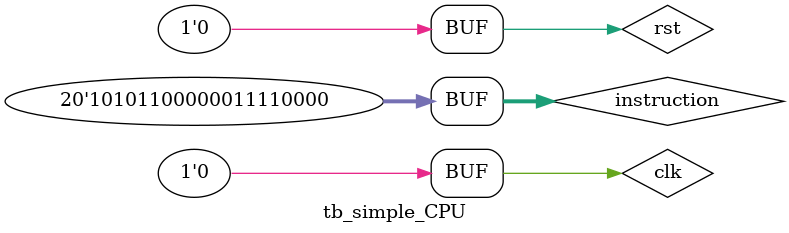
<source format=sv>
`timescale 1ns / 1ps
 
module tb_simple_CPU;
       
    parameter DATA_WIDTH = 8; //8 bit wide data
    parameter ADDR_BITS = 5; //32 Addresses
    parameter INSTR_WIDTH =20; //20b instruction
   
    reg clk, rst;
    reg [INSTR_WIDTH-1:0] instruction;

    
  simple_cpu  #(DATA_WIDTH,ADDR_BITS,INSTR_WIDTH) SCPU_DUT(clk, rst, instruction);
    
    initial begin
      	//$dumpfile(dump.vcd);
      	$dumpvars();
      	clk = 1'b1;
        rst = 1'b1;
        instruction = 20'd0;
        repeat(3) #1 clk=!clk;
        rst = 1'b0;
        repeat(2) #1 clk=!clk;
                
                
        /*Info on the simple CPU:
            * Reset sets regfile = [0,1,2,3]
            * ADD = opcode 0, SUB = opcode 1  
        */
            
                                        //ADD:    reg0  = reg1 + reg3   //1+3=4
        //In the instruction this is:    (instr)  (X1)    (X2)   (X3)  
        instruction = 20'b01000111000000000000;
        repeat(8) #1 clk=!clk; //4 rising edges
        
                                        //ADD:    reg1  = reg0 + reg3   //4+3=7
        //In the instruction this is:    (instr)  (X1)    (X2)   (X3)
        instruction = 20'b01010011000000000000;
        repeat(6) #1 clk=!clk; 
                
                                         //SUB:   reg3  = reg0 - reg2  //4-2=2  
       //In the instruction this is:    (instr)  (X1)    (X2)   (X3) 
        instruction = 20'b01110010000000000001;
        repeat(6) #1 clk=!clk;
        
                                         //STORE_R:   DATA_MEM(reg2 + 15) = reg1  //DATA_MEM(2+15)=7  
        //In the instruction this is:    (instr)               (X2)         (X1)
        instruction = 20'b11011000000011110000;
        repeat(6) #1 clk=!clk;
        
                                           //STORE_R:   DATA_MEM(reg3 + 22) = reg0  //DATA_MEM(2+22)= 4  
        //In the instruction this is:    (instr)                 (X2)         (X1)
        instruction = 20'b11001100000101100000;
        repeat(6) #1 clk=!clk;

                                           //LOAD_R:   DATA_MEM(reg2 + 15) = reg3  //reg3 = DATA_MEM(2+15)  -> reg3 becomes 7  
        //In the instruction this is:    (instr)                (X2)         (X1)
        instruction = 20'b10111000000011110000;
      repeat(7) #1 clk=!clk;
        
      //LOAD_R:   DATA_MEM(reg2 + 15) = reg2  //reg2 = DATA_MEM(2+15)  -> reg2 becomes 4  
        //In the instruction this is:    (instr)                (X2)         (X1)
        instruction = 20'b10101100000011110000;
        repeat(7) #1 clk=!clk;
        
        
    end
    
    
endmodule
</source>
